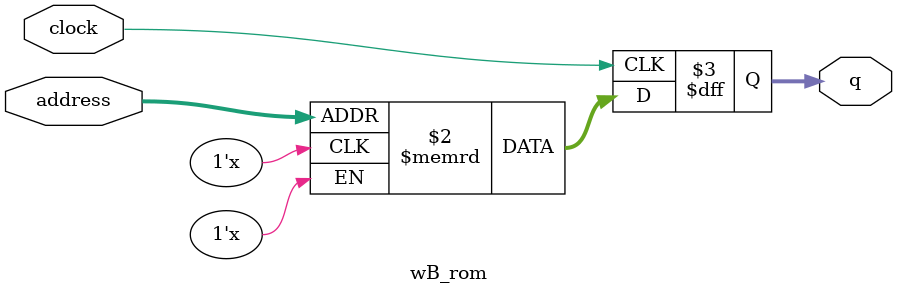
<source format=sv>
module wB_rom (
	input logic clock,
	input logic [11:0] address,
	output logic [3:0] q
);

logic [3:0] memory [0:3599] /* synthesis ram_init_file = "./wB/wB.COE" */;

always_ff @ (posedge clock) begin
	q <= memory[address];
end

endmodule

</source>
